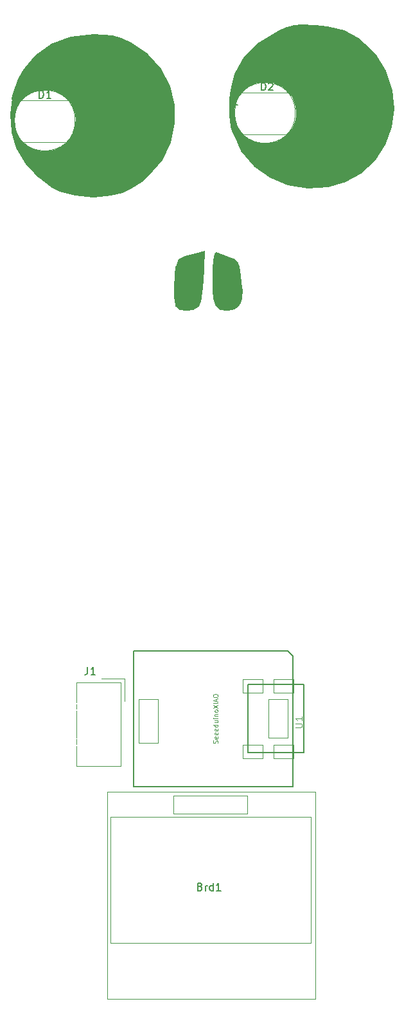
<source format=gbr>
G04 #@! TF.GenerationSoftware,KiCad,Pcbnew,8.0.5-8.0.5-0~ubuntu24.04.1*
G04 #@! TF.CreationDate,2024-09-20T13:42:17+09:00*
G04 #@! TF.ProjectId,gopher_xiao_grove,676f7068-6572-45f7-9869-616f5f67726f,rev?*
G04 #@! TF.SameCoordinates,Original*
G04 #@! TF.FileFunction,Legend,Top*
G04 #@! TF.FilePolarity,Positive*
%FSLAX46Y46*%
G04 Gerber Fmt 4.6, Leading zero omitted, Abs format (unit mm)*
G04 Created by KiCad (PCBNEW 8.0.5-8.0.5-0~ubuntu24.04.1) date 2024-09-20 13:42:17*
%MOMM*%
%LPD*%
G01*
G04 APERTURE LIST*
%ADD10C,0.150000*%
%ADD11C,0.101600*%
%ADD12C,0.076200*%
%ADD13C,0.120000*%
%ADD14C,0.127000*%
%ADD15C,0.066040*%
G04 APERTURE END LIST*
D10*
X96199905Y-69992319D02*
X96199905Y-68992319D01*
X96199905Y-68992319D02*
X96438000Y-68992319D01*
X96438000Y-68992319D02*
X96580857Y-69039938D01*
X96580857Y-69039938D02*
X96676095Y-69135176D01*
X96676095Y-69135176D02*
X96723714Y-69230414D01*
X96723714Y-69230414D02*
X96771333Y-69420890D01*
X96771333Y-69420890D02*
X96771333Y-69563747D01*
X96771333Y-69563747D02*
X96723714Y-69754223D01*
X96723714Y-69754223D02*
X96676095Y-69849461D01*
X96676095Y-69849461D02*
X96580857Y-69944700D01*
X96580857Y-69944700D02*
X96438000Y-69992319D01*
X96438000Y-69992319D02*
X96199905Y-69992319D01*
X97723714Y-69992319D02*
X97152286Y-69992319D01*
X97438000Y-69992319D02*
X97438000Y-68992319D01*
X97438000Y-68992319D02*
X97342762Y-69135176D01*
X97342762Y-69135176D02*
X97247524Y-69230414D01*
X97247524Y-69230414D02*
X97152286Y-69278033D01*
X93073714Y-71892319D02*
X92502286Y-71892319D01*
X92788000Y-71892319D02*
X92788000Y-70892319D01*
X92788000Y-70892319D02*
X92692762Y-71035176D01*
X92692762Y-71035176D02*
X92597524Y-71130414D01*
X92597524Y-71130414D02*
X92502286Y-71178033D01*
X125462905Y-68963819D02*
X125462905Y-67963819D01*
X125462905Y-67963819D02*
X125701000Y-67963819D01*
X125701000Y-67963819D02*
X125843857Y-68011438D01*
X125843857Y-68011438D02*
X125939095Y-68106676D01*
X125939095Y-68106676D02*
X125986714Y-68201914D01*
X125986714Y-68201914D02*
X126034333Y-68392390D01*
X126034333Y-68392390D02*
X126034333Y-68535247D01*
X126034333Y-68535247D02*
X125986714Y-68725723D01*
X125986714Y-68725723D02*
X125939095Y-68820961D01*
X125939095Y-68820961D02*
X125843857Y-68916200D01*
X125843857Y-68916200D02*
X125701000Y-68963819D01*
X125701000Y-68963819D02*
X125462905Y-68963819D01*
X126415286Y-68059057D02*
X126462905Y-68011438D01*
X126462905Y-68011438D02*
X126558143Y-67963819D01*
X126558143Y-67963819D02*
X126796238Y-67963819D01*
X126796238Y-67963819D02*
X126891476Y-68011438D01*
X126891476Y-68011438D02*
X126939095Y-68059057D01*
X126939095Y-68059057D02*
X126986714Y-68154295D01*
X126986714Y-68154295D02*
X126986714Y-68249533D01*
X126986714Y-68249533D02*
X126939095Y-68392390D01*
X126939095Y-68392390D02*
X126367667Y-68963819D01*
X126367667Y-68963819D02*
X126986714Y-68963819D01*
X122336714Y-70863819D02*
X121765286Y-70863819D01*
X122051000Y-70863819D02*
X122051000Y-69863819D01*
X122051000Y-69863819D02*
X121955762Y-70006676D01*
X121955762Y-70006676D02*
X121860524Y-70101914D01*
X121860524Y-70101914D02*
X121765286Y-70149533D01*
D11*
X129945985Y-152797933D02*
X130665652Y-152797933D01*
X130665652Y-152797933D02*
X130750318Y-152755600D01*
X130750318Y-152755600D02*
X130792652Y-152713266D01*
X130792652Y-152713266D02*
X130834985Y-152628600D01*
X130834985Y-152628600D02*
X130834985Y-152459266D01*
X130834985Y-152459266D02*
X130792652Y-152374600D01*
X130792652Y-152374600D02*
X130750318Y-152332266D01*
X130750318Y-152332266D02*
X130665652Y-152289933D01*
X130665652Y-152289933D02*
X129945985Y-152289933D01*
X130834985Y-151400933D02*
X130834985Y-151908933D01*
X130834985Y-151654933D02*
X129945985Y-151654933D01*
X129945985Y-151654933D02*
X130072985Y-151739600D01*
X130072985Y-151739600D02*
X130157652Y-151824267D01*
X130157652Y-151824267D02*
X130199985Y-151908933D01*
D12*
X119692521Y-154898270D02*
X119721549Y-154811185D01*
X119721549Y-154811185D02*
X119721549Y-154666042D01*
X119721549Y-154666042D02*
X119692521Y-154607985D01*
X119692521Y-154607985D02*
X119663492Y-154578956D01*
X119663492Y-154578956D02*
X119605435Y-154549927D01*
X119605435Y-154549927D02*
X119547378Y-154549927D01*
X119547378Y-154549927D02*
X119489321Y-154578956D01*
X119489321Y-154578956D02*
X119460292Y-154607985D01*
X119460292Y-154607985D02*
X119431263Y-154666042D01*
X119431263Y-154666042D02*
X119402235Y-154782156D01*
X119402235Y-154782156D02*
X119373206Y-154840213D01*
X119373206Y-154840213D02*
X119344178Y-154869242D01*
X119344178Y-154869242D02*
X119286121Y-154898270D01*
X119286121Y-154898270D02*
X119228063Y-154898270D01*
X119228063Y-154898270D02*
X119170006Y-154869242D01*
X119170006Y-154869242D02*
X119140978Y-154840213D01*
X119140978Y-154840213D02*
X119111949Y-154782156D01*
X119111949Y-154782156D02*
X119111949Y-154637013D01*
X119111949Y-154637013D02*
X119140978Y-154549927D01*
X119692521Y-154056442D02*
X119721549Y-154114499D01*
X119721549Y-154114499D02*
X119721549Y-154230614D01*
X119721549Y-154230614D02*
X119692521Y-154288671D01*
X119692521Y-154288671D02*
X119634463Y-154317699D01*
X119634463Y-154317699D02*
X119402235Y-154317699D01*
X119402235Y-154317699D02*
X119344178Y-154288671D01*
X119344178Y-154288671D02*
X119315149Y-154230614D01*
X119315149Y-154230614D02*
X119315149Y-154114499D01*
X119315149Y-154114499D02*
X119344178Y-154056442D01*
X119344178Y-154056442D02*
X119402235Y-154027414D01*
X119402235Y-154027414D02*
X119460292Y-154027414D01*
X119460292Y-154027414D02*
X119518349Y-154317699D01*
X119692521Y-153533928D02*
X119721549Y-153591985D01*
X119721549Y-153591985D02*
X119721549Y-153708100D01*
X119721549Y-153708100D02*
X119692521Y-153766157D01*
X119692521Y-153766157D02*
X119634463Y-153795185D01*
X119634463Y-153795185D02*
X119402235Y-153795185D01*
X119402235Y-153795185D02*
X119344178Y-153766157D01*
X119344178Y-153766157D02*
X119315149Y-153708100D01*
X119315149Y-153708100D02*
X119315149Y-153591985D01*
X119315149Y-153591985D02*
X119344178Y-153533928D01*
X119344178Y-153533928D02*
X119402235Y-153504900D01*
X119402235Y-153504900D02*
X119460292Y-153504900D01*
X119460292Y-153504900D02*
X119518349Y-153795185D01*
X119692521Y-153011414D02*
X119721549Y-153069471D01*
X119721549Y-153069471D02*
X119721549Y-153185586D01*
X119721549Y-153185586D02*
X119692521Y-153243643D01*
X119692521Y-153243643D02*
X119634463Y-153272671D01*
X119634463Y-153272671D02*
X119402235Y-153272671D01*
X119402235Y-153272671D02*
X119344178Y-153243643D01*
X119344178Y-153243643D02*
X119315149Y-153185586D01*
X119315149Y-153185586D02*
X119315149Y-153069471D01*
X119315149Y-153069471D02*
X119344178Y-153011414D01*
X119344178Y-153011414D02*
X119402235Y-152982386D01*
X119402235Y-152982386D02*
X119460292Y-152982386D01*
X119460292Y-152982386D02*
X119518349Y-153272671D01*
X119721549Y-152459872D02*
X119111949Y-152459872D01*
X119692521Y-152459872D02*
X119721549Y-152517929D01*
X119721549Y-152517929D02*
X119721549Y-152634043D01*
X119721549Y-152634043D02*
X119692521Y-152692100D01*
X119692521Y-152692100D02*
X119663492Y-152721129D01*
X119663492Y-152721129D02*
X119605435Y-152750157D01*
X119605435Y-152750157D02*
X119431263Y-152750157D01*
X119431263Y-152750157D02*
X119373206Y-152721129D01*
X119373206Y-152721129D02*
X119344178Y-152692100D01*
X119344178Y-152692100D02*
X119315149Y-152634043D01*
X119315149Y-152634043D02*
X119315149Y-152517929D01*
X119315149Y-152517929D02*
X119344178Y-152459872D01*
X119315149Y-151908329D02*
X119721549Y-151908329D01*
X119315149Y-152169586D02*
X119634463Y-152169586D01*
X119634463Y-152169586D02*
X119692521Y-152140557D01*
X119692521Y-152140557D02*
X119721549Y-152082500D01*
X119721549Y-152082500D02*
X119721549Y-151995414D01*
X119721549Y-151995414D02*
X119692521Y-151937357D01*
X119692521Y-151937357D02*
X119663492Y-151908329D01*
X119721549Y-151618043D02*
X119315149Y-151618043D01*
X119111949Y-151618043D02*
X119140978Y-151647071D01*
X119140978Y-151647071D02*
X119170006Y-151618043D01*
X119170006Y-151618043D02*
X119140978Y-151589014D01*
X119140978Y-151589014D02*
X119111949Y-151618043D01*
X119111949Y-151618043D02*
X119170006Y-151618043D01*
X119315149Y-151327757D02*
X119721549Y-151327757D01*
X119373206Y-151327757D02*
X119344178Y-151298728D01*
X119344178Y-151298728D02*
X119315149Y-151240671D01*
X119315149Y-151240671D02*
X119315149Y-151153585D01*
X119315149Y-151153585D02*
X119344178Y-151095528D01*
X119344178Y-151095528D02*
X119402235Y-151066500D01*
X119402235Y-151066500D02*
X119721549Y-151066500D01*
X119721549Y-150689128D02*
X119692521Y-150747185D01*
X119692521Y-150747185D02*
X119663492Y-150776214D01*
X119663492Y-150776214D02*
X119605435Y-150805242D01*
X119605435Y-150805242D02*
X119431263Y-150805242D01*
X119431263Y-150805242D02*
X119373206Y-150776214D01*
X119373206Y-150776214D02*
X119344178Y-150747185D01*
X119344178Y-150747185D02*
X119315149Y-150689128D01*
X119315149Y-150689128D02*
X119315149Y-150602042D01*
X119315149Y-150602042D02*
X119344178Y-150543985D01*
X119344178Y-150543985D02*
X119373206Y-150514957D01*
X119373206Y-150514957D02*
X119431263Y-150485928D01*
X119431263Y-150485928D02*
X119605435Y-150485928D01*
X119605435Y-150485928D02*
X119663492Y-150514957D01*
X119663492Y-150514957D02*
X119692521Y-150543985D01*
X119692521Y-150543985D02*
X119721549Y-150602042D01*
X119721549Y-150602042D02*
X119721549Y-150689128D01*
X119111949Y-150282728D02*
X119721549Y-149876328D01*
X119111949Y-149876328D02*
X119721549Y-150282728D01*
X119721549Y-149644100D02*
X119111949Y-149644100D01*
X119547378Y-149382842D02*
X119547378Y-149092557D01*
X119721549Y-149440899D02*
X119111949Y-149237699D01*
X119111949Y-149237699D02*
X119721549Y-149034499D01*
X119111949Y-148715185D02*
X119111949Y-148599071D01*
X119111949Y-148599071D02*
X119140978Y-148541014D01*
X119140978Y-148541014D02*
X119199035Y-148482957D01*
X119199035Y-148482957D02*
X119315149Y-148453928D01*
X119315149Y-148453928D02*
X119518349Y-148453928D01*
X119518349Y-148453928D02*
X119634463Y-148482957D01*
X119634463Y-148482957D02*
X119692521Y-148541014D01*
X119692521Y-148541014D02*
X119721549Y-148599071D01*
X119721549Y-148599071D02*
X119721549Y-148715185D01*
X119721549Y-148715185D02*
X119692521Y-148773243D01*
X119692521Y-148773243D02*
X119634463Y-148831300D01*
X119634463Y-148831300D02*
X119518349Y-148860328D01*
X119518349Y-148860328D02*
X119315149Y-148860328D01*
X119315149Y-148860328D02*
X119199035Y-148831300D01*
X119199035Y-148831300D02*
X119140978Y-148773243D01*
X119140978Y-148773243D02*
X119111949Y-148715185D01*
D10*
X117400533Y-173781309D02*
X117543390Y-173828928D01*
X117543390Y-173828928D02*
X117591009Y-173876547D01*
X117591009Y-173876547D02*
X117638628Y-173971785D01*
X117638628Y-173971785D02*
X117638628Y-174114642D01*
X117638628Y-174114642D02*
X117591009Y-174209880D01*
X117591009Y-174209880D02*
X117543390Y-174257500D01*
X117543390Y-174257500D02*
X117448152Y-174305119D01*
X117448152Y-174305119D02*
X117067200Y-174305119D01*
X117067200Y-174305119D02*
X117067200Y-173305119D01*
X117067200Y-173305119D02*
X117400533Y-173305119D01*
X117400533Y-173305119D02*
X117495771Y-173352738D01*
X117495771Y-173352738D02*
X117543390Y-173400357D01*
X117543390Y-173400357D02*
X117591009Y-173495595D01*
X117591009Y-173495595D02*
X117591009Y-173590833D01*
X117591009Y-173590833D02*
X117543390Y-173686071D01*
X117543390Y-173686071D02*
X117495771Y-173733690D01*
X117495771Y-173733690D02*
X117400533Y-173781309D01*
X117400533Y-173781309D02*
X117067200Y-173781309D01*
X118067200Y-174305119D02*
X118067200Y-173638452D01*
X118067200Y-173828928D02*
X118114819Y-173733690D01*
X118114819Y-173733690D02*
X118162438Y-173686071D01*
X118162438Y-173686071D02*
X118257676Y-173638452D01*
X118257676Y-173638452D02*
X118352914Y-173638452D01*
X119114819Y-174305119D02*
X119114819Y-173305119D01*
X119114819Y-174257500D02*
X119019581Y-174305119D01*
X119019581Y-174305119D02*
X118829105Y-174305119D01*
X118829105Y-174305119D02*
X118733867Y-174257500D01*
X118733867Y-174257500D02*
X118686248Y-174209880D01*
X118686248Y-174209880D02*
X118638629Y-174114642D01*
X118638629Y-174114642D02*
X118638629Y-173828928D01*
X118638629Y-173828928D02*
X118686248Y-173733690D01*
X118686248Y-173733690D02*
X118733867Y-173686071D01*
X118733867Y-173686071D02*
X118829105Y-173638452D01*
X118829105Y-173638452D02*
X119019581Y-173638452D01*
X119019581Y-173638452D02*
X119114819Y-173686071D01*
X120114819Y-174305119D02*
X119543391Y-174305119D01*
X119829105Y-174305119D02*
X119829105Y-173305119D01*
X119829105Y-173305119D02*
X119733867Y-173447976D01*
X119733867Y-173447976D02*
X119638629Y-173543214D01*
X119638629Y-173543214D02*
X119543391Y-173590833D01*
X102566666Y-144854819D02*
X102566666Y-145569104D01*
X102566666Y-145569104D02*
X102519047Y-145711961D01*
X102519047Y-145711961D02*
X102423809Y-145807200D01*
X102423809Y-145807200D02*
X102280952Y-145854819D01*
X102280952Y-145854819D02*
X102185714Y-145854819D01*
X103566666Y-145854819D02*
X102995238Y-145854819D01*
X103280952Y-145854819D02*
X103280952Y-144854819D01*
X103280952Y-144854819D02*
X103185714Y-144997676D01*
X103185714Y-144997676D02*
X103090476Y-145092914D01*
X103090476Y-145092914D02*
X102995238Y-145140533D01*
D13*
X93288000Y-70287500D02*
X100588000Y-70287500D01*
X93288000Y-75787500D02*
X100588000Y-75787500D01*
X100588000Y-75787500D02*
X100588000Y-74637500D01*
X122551000Y-69259000D02*
X129851000Y-69259000D01*
X122551000Y-74759000D02*
X129851000Y-74759000D01*
X129851000Y-74759000D02*
X129851000Y-73609000D01*
X100915747Y-72936800D02*
G75*
G02*
X92929035Y-72936800I-3993356J0D01*
G01*
X92929035Y-72936800D02*
G75*
G02*
X100915747Y-72936800I3993356J0D01*
G01*
X129935247Y-71933500D02*
G75*
G02*
X121948535Y-71933500I-3993356J0D01*
G01*
X121948535Y-71933500D02*
G75*
G02*
X129935247Y-71933500I3993356J0D01*
G01*
D14*
X108648500Y-142786100D02*
X108648500Y-160583880D01*
X108648500Y-160583880D02*
X129646680Y-160583880D01*
D15*
X109283500Y-149136100D02*
X109283500Y-154851100D01*
X109283500Y-149136100D02*
X111823500Y-149136100D01*
X109283500Y-154851100D02*
X111823500Y-154851100D01*
X111823500Y-149136100D02*
X111823500Y-154851100D01*
X122996960Y-146469100D02*
X122996960Y-148247100D01*
X122996960Y-146469100D02*
X125666500Y-146469100D01*
X122996960Y-148247100D02*
X125666500Y-148247100D01*
X122996960Y-155105100D02*
X122996960Y-156883100D01*
X122996960Y-155105100D02*
X125666500Y-155105100D01*
X122996960Y-156883100D02*
X125666500Y-156883100D01*
D14*
X123718320Y-147180300D02*
X131071620Y-147180300D01*
X123718320Y-156179520D02*
X123718320Y-147180300D01*
D15*
X125666500Y-146469100D02*
X125666500Y-148247100D01*
X125666500Y-155105100D02*
X125666500Y-156883100D01*
X126428500Y-149136100D02*
X126428500Y-154216100D01*
X126428500Y-149136100D02*
X128968500Y-149136100D01*
X126428500Y-154216100D02*
X128968500Y-154216100D01*
X127063500Y-146469100D02*
X127063500Y-148247100D01*
X127063500Y-146469100D02*
X129730500Y-146469100D01*
X127063500Y-148247100D02*
X129730500Y-148247100D01*
X127063500Y-155105100D02*
X127063500Y-156883100D01*
X127063500Y-155105100D02*
X129730500Y-155105100D01*
X127063500Y-156883100D02*
X129730500Y-156883100D01*
X128968500Y-149136100D02*
X128968500Y-154216100D01*
D14*
X128976120Y-142786100D02*
X108648500Y-142786100D01*
X129646680Y-143456660D02*
X128976120Y-142786100D01*
X129646680Y-160583880D02*
X129646680Y-143456660D01*
D15*
X129730500Y-146469100D02*
X129730500Y-148247100D01*
X129730500Y-155105100D02*
X129730500Y-156883100D01*
D14*
X131071620Y-147185380D02*
X131071620Y-156179520D01*
X131071620Y-156179520D02*
X123718320Y-156179520D01*
D13*
X105167200Y-161296300D02*
X132567200Y-161296300D01*
X105167200Y-188596300D02*
X105167200Y-161296300D01*
X105589200Y-164591300D02*
X128689200Y-164591300D01*
X105589200Y-181191300D02*
X105589200Y-164591300D01*
X113868200Y-161785300D02*
X113868200Y-164198300D01*
X113868200Y-161785300D02*
X123647200Y-161785300D01*
X123647200Y-161785300D02*
X123647200Y-164198300D01*
X123647200Y-164198300D02*
X113868200Y-164198300D01*
X128689200Y-164591300D02*
X131775200Y-164591300D01*
X128689200Y-181191300D02*
X105589200Y-181191300D01*
X128689200Y-181191300D02*
X132029200Y-181216300D01*
X132029200Y-164579300D02*
X131775200Y-164591300D01*
X132029200Y-181216300D02*
X132029200Y-164579300D01*
X132567200Y-161296300D02*
X132567200Y-188596300D01*
X132567200Y-188596300D02*
X105167200Y-188596300D01*
X101100000Y-146900000D02*
X101100000Y-149550000D01*
X101100000Y-146900000D02*
X106950000Y-146900000D01*
X101100000Y-149800000D02*
X101100000Y-150400000D01*
X101100000Y-150650000D02*
X101100000Y-154150000D01*
X101100000Y-154400000D02*
X101100000Y-155000000D01*
X101100000Y-155300000D02*
X101100000Y-157950000D01*
X101100000Y-157950000D02*
X106950000Y-157950000D01*
X104400000Y-146400000D02*
X107400000Y-146400000D01*
X106950000Y-146900000D02*
X106950000Y-157950000D01*
X107400000Y-146400000D02*
X107400000Y-149400000D01*
G36*
X92732578Y-69609497D02*
G01*
X92733319Y-69611077D01*
X92897173Y-69977339D01*
X92901167Y-69992141D01*
X92905219Y-70030046D01*
X92898976Y-70059679D01*
X92883049Y-70087379D01*
X92863847Y-70106072D01*
X92839497Y-70119217D01*
X92828589Y-70123512D01*
X92632791Y-70174590D01*
X92595642Y-70169449D01*
X92573009Y-70139546D01*
X92571782Y-70121251D01*
X92578395Y-70066971D01*
X92578585Y-70059772D01*
X92626103Y-69667756D01*
X92627043Y-69667870D01*
X92628183Y-69656353D01*
X92642221Y-69615250D01*
X92667001Y-69587100D01*
X92704428Y-69584717D01*
X92732578Y-69609497D01*
G37*
G36*
X92820874Y-69537475D02*
G01*
X92872458Y-69586257D01*
X92878429Y-69597840D01*
X93441621Y-70844759D01*
X93451433Y-70915074D01*
X93437712Y-70956395D01*
X93310539Y-71192398D01*
X93306345Y-71211381D01*
X93157039Y-71564504D01*
X93157038Y-71564506D01*
X92984320Y-72224900D01*
X92984319Y-72224903D01*
X92933521Y-72610965D01*
X92933519Y-72610982D01*
X92918279Y-72898003D01*
X92918279Y-72898005D01*
X92925899Y-73172305D01*
X92966541Y-73530467D01*
X92999558Y-73738733D01*
X92999561Y-73738749D01*
X93075758Y-74046076D01*
X93192601Y-74399141D01*
X93334839Y-74714099D01*
X93418655Y-74879191D01*
X93553287Y-75107811D01*
X93751398Y-75387198D01*
X94002865Y-75679305D01*
X94002878Y-75679319D01*
X94292410Y-75968851D01*
X94292422Y-75968862D01*
X94736914Y-76311755D01*
X94736920Y-76311759D01*
X95328737Y-76634337D01*
X95328737Y-76634338D01*
X95669105Y-76761341D01*
X95743891Y-76783776D01*
X96154420Y-76872565D01*
X96216773Y-76906516D01*
X96250873Y-76968787D01*
X96253784Y-76995266D01*
X96265819Y-80347844D01*
X96246062Y-80416036D01*
X96192573Y-80462721D01*
X96122336Y-80473077D01*
X96065340Y-80449926D01*
X95992875Y-80396820D01*
X95962049Y-80364376D01*
X95912010Y-80288214D01*
X95646216Y-79994734D01*
X94387029Y-78647228D01*
X94372362Y-78628173D01*
X93189590Y-76743288D01*
X93181416Y-76728022D01*
X93120060Y-76591674D01*
X93113921Y-76574968D01*
X92872556Y-75740245D01*
X92505636Y-74493725D01*
X92500791Y-74466581D01*
X92342465Y-72106768D01*
X92343000Y-72084001D01*
X92504209Y-70675943D01*
X92504316Y-70675037D01*
X92583770Y-70022840D01*
X92583488Y-70019326D01*
X92625515Y-69672610D01*
X92631360Y-69647052D01*
X92644360Y-69608985D01*
X92685304Y-69550984D01*
X92751106Y-69524326D01*
X92820874Y-69537475D01*
G37*
G36*
X104661611Y-61640659D02*
G01*
X104664886Y-61640891D01*
X105827488Y-61762206D01*
X105835657Y-61763768D01*
X106976305Y-62084260D01*
X106982952Y-62086656D01*
X108278565Y-62662484D01*
X108286506Y-62666940D01*
X110551157Y-64230688D01*
X110559975Y-64238497D01*
X112263904Y-66159842D01*
X112270820Y-66169945D01*
X113411015Y-68387130D01*
X113414909Y-68397389D01*
X114039485Y-70837535D01*
X114041009Y-70848927D01*
X114078935Y-73301506D01*
X114077911Y-73312258D01*
X113553254Y-75830613D01*
X113549169Y-75842417D01*
X112403998Y-78147927D01*
X112397499Y-78157804D01*
X110610157Y-80267357D01*
X110603917Y-80273510D01*
X109717815Y-81003093D01*
X109713555Y-81006230D01*
X108369568Y-81888300D01*
X108364313Y-81891302D01*
X107184434Y-82471778D01*
X107174331Y-82475436D01*
X105642323Y-82846278D01*
X105634771Y-82847491D01*
X103333700Y-83034817D01*
X103325788Y-83034821D01*
X100938892Y-82842452D01*
X100930276Y-82840975D01*
X98907643Y-82304977D01*
X98897809Y-82301200D01*
X97877269Y-81777071D01*
X97870690Y-81773006D01*
X95981666Y-80388606D01*
X95969679Y-80375989D01*
X95912014Y-80288219D01*
X95646240Y-79994760D01*
X95491883Y-79829576D01*
X95486733Y-79823027D01*
X93176785Y-76307115D01*
X93170475Y-76293143D01*
X93160413Y-76256374D01*
X93161837Y-76226124D01*
X93172425Y-76198096D01*
X93191358Y-76174460D01*
X93218057Y-76156919D01*
X93243635Y-76148889D01*
X93271328Y-76148139D01*
X93283013Y-76149228D01*
X95192081Y-76562119D01*
X95205174Y-76566988D01*
X95328740Y-76634340D01*
X95669079Y-76761332D01*
X95669111Y-76761343D01*
X95743871Y-76783771D01*
X96532699Y-76954380D01*
X97081336Y-76969620D01*
X97596957Y-76918820D01*
X97596966Y-76918818D01*
X98249732Y-76763882D01*
X98950772Y-76461623D01*
X98950776Y-76461620D01*
X99593398Y-75996801D01*
X100202996Y-75364343D01*
X100202999Y-75364339D01*
X100408741Y-75054457D01*
X100408746Y-75054449D01*
X100685597Y-74508365D01*
X100845619Y-74038460D01*
X101010719Y-72796396D01*
X100921819Y-72059795D01*
X100698301Y-71358764D01*
X100698299Y-71358759D01*
X100408740Y-70810121D01*
X99773740Y-70025260D01*
X99773733Y-70025253D01*
X99001583Y-69428362D01*
X99001578Y-69428359D01*
X98008446Y-69032121D01*
X98008437Y-69032119D01*
X97327723Y-68907660D01*
X96540318Y-68927980D01*
X95846902Y-69060059D01*
X95846896Y-69060061D01*
X95125540Y-69339459D01*
X94472757Y-69735701D01*
X93845380Y-70342760D01*
X93845378Y-70342762D01*
X93532960Y-70779640D01*
X93315019Y-71184085D01*
X93311880Y-71198290D01*
X93266354Y-71305963D01*
X93239642Y-71332287D01*
X93202140Y-71332013D01*
X93180049Y-71313448D01*
X93178583Y-71311176D01*
X93174311Y-71302931D01*
X92605149Y-69891229D01*
X92601950Y-69867011D01*
X92626103Y-69667756D01*
X92627043Y-69667870D01*
X92628183Y-69656354D01*
X93047763Y-68427765D01*
X93047887Y-68427623D01*
X93047820Y-68427600D01*
X93358822Y-67527461D01*
X93362357Y-67519568D01*
X93879031Y-66594595D01*
X93883368Y-66588106D01*
X94340542Y-66009694D01*
X94340680Y-66009520D01*
X95619208Y-64406928D01*
X95628799Y-64397780D01*
X97746466Y-62866388D01*
X97758184Y-62860135D01*
X100301413Y-61919697D01*
X100313215Y-61916932D01*
X103354183Y-61592832D01*
X103361186Y-61592589D01*
X104661611Y-61640659D01*
G37*
G36*
X131406553Y-60324989D02*
G01*
X131407221Y-60325013D01*
X132023358Y-60351540D01*
X132031475Y-60355319D01*
X132081555Y-60356235D01*
X132115935Y-60371218D01*
X132129651Y-60406123D01*
X132120079Y-60434331D01*
X126611109Y-67895909D01*
X126578983Y-67915259D01*
X126561311Y-67914693D01*
X126485128Y-67898183D01*
X126477426Y-67901089D01*
X126459853Y-67904241D01*
X125590307Y-67899279D01*
X125590297Y-67899280D01*
X124861319Y-68026280D01*
X124076462Y-68331079D01*
X123667511Y-68605406D01*
X123667510Y-68605407D01*
X123319538Y-68882261D01*
X123319528Y-68882269D01*
X123019825Y-69174353D01*
X122809003Y-69405496D01*
X122808995Y-69405505D01*
X122582944Y-69733152D01*
X122582944Y-69733153D01*
X122410232Y-70027777D01*
X122410223Y-70027793D01*
X122217180Y-70396099D01*
X122016520Y-71117456D01*
X121958099Y-71506088D01*
X121937780Y-72049648D01*
X121937780Y-72049649D01*
X121968259Y-72410315D01*
X122011438Y-72694789D01*
X122011442Y-72694813D01*
X122120657Y-73151992D01*
X122275598Y-73555855D01*
X122275598Y-73555857D01*
X122410218Y-73825097D01*
X122532135Y-74040991D01*
X122641359Y-74216259D01*
X122641367Y-74216270D01*
X122966479Y-74635359D01*
X123334781Y-74996041D01*
X123804678Y-75341478D01*
X123804702Y-75341494D01*
X124075041Y-75503696D01*
X124092114Y-75501362D01*
X124092174Y-75501801D01*
X124099850Y-75498377D01*
X124120596Y-75502374D01*
X124188555Y-75531720D01*
X124214675Y-75558632D01*
X124214115Y-75596130D01*
X124212443Y-75599617D01*
X124211248Y-75601876D01*
X124203884Y-75612261D01*
X123347345Y-76537019D01*
X123347012Y-76537374D01*
X123345967Y-76538480D01*
X123345609Y-76538856D01*
X122926035Y-76973596D01*
X122926032Y-76973598D01*
X122910434Y-76991660D01*
X122876925Y-77008501D01*
X122841322Y-76996716D01*
X122835872Y-76991197D01*
X122793079Y-76940388D01*
X122793077Y-76940386D01*
X122777666Y-76922087D01*
X122766324Y-76886340D01*
X122766530Y-76884622D01*
X122511899Y-76357644D01*
X122511750Y-76357333D01*
X122133310Y-75559815D01*
X121637823Y-74528395D01*
X121634299Y-74518425D01*
X121445642Y-73718521D01*
X121444691Y-73713177D01*
X121275083Y-72315806D01*
X121274762Y-72311785D01*
X121229120Y-71125080D01*
X121213969Y-70731161D01*
X121214012Y-70726505D01*
X121249438Y-70101497D01*
X121287290Y-69415099D01*
X121288613Y-69406180D01*
X121599909Y-68130629D01*
X121599960Y-68130420D01*
X121841282Y-67160048D01*
X121925991Y-66813738D01*
X121931015Y-66801121D01*
X123209538Y-64557388D01*
X123217625Y-64546838D01*
X125123835Y-62658326D01*
X125133068Y-62651144D01*
X127667597Y-61126881D01*
X127673741Y-61123752D01*
X128812677Y-60641409D01*
X128819701Y-60639043D01*
X129799819Y-60389604D01*
X129808627Y-60388200D01*
X130751309Y-60325018D01*
X130751806Y-60324987D01*
X130972987Y-60312420D01*
X130977207Y-60312362D01*
X131406553Y-60324989D01*
G37*
G36*
X132023358Y-60351540D02*
G01*
X132031475Y-60355319D01*
X132593746Y-60365605D01*
X132597496Y-60365818D01*
X134192286Y-60517703D01*
X134199262Y-60518880D01*
X136364051Y-61047432D01*
X136375515Y-61051813D01*
X138224328Y-62039362D01*
X138233607Y-62045793D01*
X139979668Y-63581821D01*
X139983952Y-63586087D01*
X140499961Y-64167541D01*
X140504784Y-64173967D01*
X141896495Y-66385523D01*
X141901508Y-66396126D01*
X142736015Y-68899645D01*
X142738343Y-68910868D01*
X142958363Y-71424666D01*
X142958164Y-71435073D01*
X142657241Y-73819701D01*
X142654713Y-73830212D01*
X141835490Y-76098245D01*
X141830581Y-76108159D01*
X140475544Y-78208972D01*
X140467566Y-78218451D01*
X138607298Y-79932121D01*
X138597231Y-79939278D01*
X136354552Y-81140262D01*
X136344477Y-81144294D01*
X134314832Y-81705417D01*
X134305250Y-81707066D01*
X131600717Y-81899343D01*
X131589066Y-81898779D01*
X128958674Y-81453636D01*
X128948183Y-81450628D01*
X126591414Y-80479599D01*
X126581230Y-80473900D01*
X124640340Y-79060040D01*
X124640187Y-79059928D01*
X124482489Y-78944118D01*
X124474015Y-78936190D01*
X122793079Y-76940389D01*
X122793079Y-76940388D01*
X122793078Y-76940387D01*
X122777666Y-76922088D01*
X122766323Y-76886342D01*
X122766530Y-76884620D01*
X122734683Y-76818713D01*
X122732530Y-76781272D01*
X122743235Y-76763689D01*
X123960159Y-75479545D01*
X123994410Y-75464268D01*
X124020937Y-75471233D01*
X124075042Y-75503696D01*
X124092114Y-75501362D01*
X124092174Y-75501801D01*
X124099850Y-75498377D01*
X124120596Y-75502374D01*
X124647961Y-75730100D01*
X124647960Y-75730100D01*
X125219459Y-75877420D01*
X125737616Y-75971399D01*
X125737620Y-75971400D01*
X126215137Y-75971400D01*
X126215139Y-75971399D01*
X127010166Y-75829158D01*
X127510531Y-75676763D01*
X127510535Y-75676761D01*
X128028706Y-75407515D01*
X128587496Y-75031602D01*
X129006598Y-74640440D01*
X129006601Y-74640437D01*
X129504437Y-73962262D01*
X129504442Y-73962255D01*
X129854960Y-73139298D01*
X130004818Y-72433190D01*
X130047999Y-71826118D01*
X129974339Y-71160639D01*
X129974339Y-71160636D01*
X129809239Y-70561199D01*
X129501901Y-69903342D01*
X128889758Y-69100699D01*
X128889755Y-69100695D01*
X128211581Y-68531740D01*
X127076199Y-68026279D01*
X127076200Y-68026279D01*
X126485128Y-67898183D01*
X126477426Y-67901089D01*
X126459853Y-67904241D01*
X126207464Y-67902801D01*
X126172899Y-67888252D01*
X126162889Y-67873526D01*
X126162692Y-67873078D01*
X126159659Y-67842976D01*
X126167445Y-67807049D01*
X126174381Y-67790520D01*
X126174563Y-67790243D01*
X126176077Y-67788070D01*
X131655189Y-60357352D01*
X131687303Y-60337982D01*
X131696735Y-60337477D01*
X132023358Y-60351540D01*
G37*
G36*
X118004495Y-90082802D02*
G01*
X118028151Y-90111903D01*
X118030123Y-90128562D01*
X117993160Y-90810075D01*
X117952527Y-91737347D01*
X117952520Y-91737498D01*
X117906799Y-92712227D01*
X117866212Y-93821079D01*
X117866023Y-93823946D01*
X117741707Y-95125461D01*
X117741708Y-95125462D01*
X117711384Y-95453955D01*
X117710920Y-95457530D01*
X117566481Y-96321630D01*
X117566415Y-96322018D01*
X117491071Y-96751479D01*
X117488502Y-96760706D01*
X117259980Y-97350845D01*
X117257996Y-97355297D01*
X117217442Y-97435339D01*
X117198180Y-97455659D01*
X116497541Y-97859019D01*
X116480279Y-97865023D01*
X115554902Y-98002209D01*
X115539409Y-98002030D01*
X114689485Y-97855833D01*
X114665552Y-97844441D01*
X114183292Y-97423072D01*
X114168848Y-97401058D01*
X114118531Y-97243248D01*
X114116565Y-97234209D01*
X113992891Y-96205062D01*
X113992581Y-96201187D01*
X113936881Y-94817540D01*
X113936937Y-94812510D01*
X114025602Y-93395139D01*
X114025820Y-93392662D01*
X114169660Y-92127754D01*
X114173219Y-92114198D01*
X114554777Y-91212334D01*
X114577178Y-91188015D01*
X115366496Y-90774798D01*
X115377787Y-90770562D01*
X116070369Y-90604342D01*
X117106706Y-90327478D01*
X117695984Y-90159838D01*
X117967190Y-90078952D01*
X118004495Y-90082802D01*
G37*
G36*
X119514317Y-90278733D02*
G01*
X121781350Y-91125002D01*
X121794184Y-91132142D01*
X122322259Y-91540402D01*
X122336996Y-91559110D01*
X122605628Y-92157856D01*
X122609349Y-92170447D01*
X122785940Y-93315763D01*
X122786272Y-93318390D01*
X122888981Y-94353094D01*
X122889025Y-94353554D01*
X122977660Y-95341202D01*
X122977842Y-95346765D01*
X122954416Y-96317112D01*
X122952682Y-96328900D01*
X122778815Y-96962272D01*
X122771286Y-96977990D01*
X122450701Y-97421877D01*
X122440198Y-97432522D01*
X122009435Y-97752518D01*
X121992534Y-97760610D01*
X121033750Y-98009645D01*
X121013789Y-98010619D01*
X120072465Y-97861988D01*
X120048099Y-97850689D01*
X119418402Y-97307421D01*
X119406583Y-97292234D01*
X119375144Y-97229357D01*
X119371580Y-97219897D01*
X119154983Y-96395702D01*
X119153571Y-96387635D01*
X119052481Y-95262999D01*
X119052300Y-95259848D01*
X119017299Y-93873100D01*
X119017291Y-93870957D01*
X119042647Y-92501711D01*
X119042766Y-92499094D01*
X119125807Y-91347424D01*
X119126482Y-91342118D01*
X119276105Y-90525423D01*
X119286501Y-90503076D01*
X119459379Y-90293462D01*
X119492496Y-90275863D01*
X119514317Y-90278733D01*
G37*
M02*

</source>
